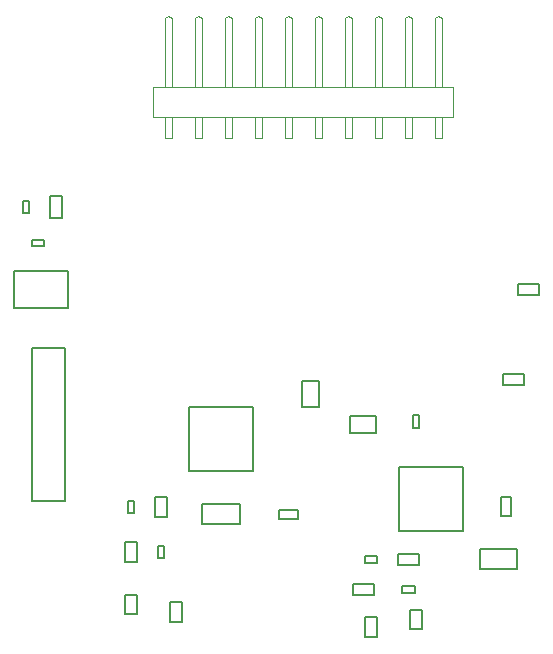
<source format=gbr>
G04*
G04 #@! TF.GenerationSoftware,Altium Limited,Altium Designer,24.0.1 (36)*
G04*
G04 Layer_Color=8388736*
%FSLAX25Y25*%
%MOIN*%
G70*
G04*
G04 #@! TF.SameCoordinates,852D5C1C-0582-447D-AFC5-A22B4F0E1159*
G04*
G04*
G04 #@! TF.FilePolarity,Positive*
G04*
G01*
G75*
%ADD12C,0.00787*%
%ADD60C,0.00394*%
D12*
X173197Y149303D02*
Y170697D01*
X151803Y149303D02*
X173197D01*
X151803D02*
Y170697D01*
X173197D01*
X75630Y119055D02*
X79370D01*
Y125945D01*
X75630D02*
X79370D01*
X75630Y119055D02*
Y125945D01*
X198445Y228130D02*
Y231870D01*
X191555D02*
X198445D01*
X191555Y228130D02*
Y231870D01*
Y228130D02*
X198445D01*
X140630Y120945D02*
X144370D01*
X140630Y114055D02*
Y120945D01*
Y114055D02*
X144370D01*
Y120945D01*
X155630Y123248D02*
X159370D01*
X155630Y116752D02*
Y123248D01*
Y116752D02*
X159370D01*
Y123248D01*
X60630Y128248D02*
X64370D01*
X60630Y121752D02*
Y128248D01*
Y121752D02*
X64370D01*
Y128248D01*
X29606Y210492D02*
X40394D01*
X29606Y159508D02*
Y210492D01*
Y159508D02*
X40394D01*
Y210492D01*
X70630Y154055D02*
X74370D01*
Y160945D01*
X70630D02*
X74370D01*
X70630Y154055D02*
Y160945D01*
X61417Y155433D02*
X63583D01*
Y159567D01*
X61417D02*
X63583D01*
X61417Y155433D02*
Y159567D01*
X60630Y145945D02*
X64370D01*
X60630Y139055D02*
Y145945D01*
Y139055D02*
X64370D01*
Y145945D01*
X71417Y144567D02*
X73583D01*
X71417Y140433D02*
Y144567D01*
Y140433D02*
X73583D01*
Y144567D01*
X98799Y151654D02*
Y158346D01*
X86201D02*
X98799D01*
X86201Y151654D02*
Y158346D01*
Y151654D02*
X98799D01*
X118150Y153405D02*
Y156595D01*
X111850D02*
X118150D01*
X111850Y153405D02*
Y156595D01*
Y153405D02*
X118150D01*
X81803Y190697D02*
X103197D01*
X81803Y169303D02*
Y190697D01*
Y169303D02*
X103197D01*
Y190697D01*
X143445Y128130D02*
Y131870D01*
X136555D02*
X143445D01*
X136555Y128130D02*
Y131870D01*
Y128130D02*
X143445D01*
X144567Y138917D02*
Y141083D01*
X140433D02*
X144567D01*
X140433Y138917D02*
Y141083D01*
Y138917D02*
X144567D01*
X152933Y128917D02*
Y131083D01*
Y128917D02*
X157067D01*
Y131083D01*
X152933D02*
X157067D01*
X151555Y138130D02*
Y141870D01*
Y138130D02*
X158445D01*
Y141870D01*
X151555D02*
X158445D01*
X191299Y136653D02*
Y143347D01*
X178701D02*
X191299D01*
X178701Y136653D02*
Y143347D01*
Y136653D02*
X191299D01*
X185906Y160650D02*
X189094D01*
X185906Y154350D02*
Y160650D01*
Y154350D02*
X189094D01*
Y160650D01*
X193445Y198130D02*
Y201870D01*
X186555D02*
X193445D01*
X186555Y198130D02*
Y201870D01*
Y198130D02*
X193445D01*
X144331Y182146D02*
Y187854D01*
X135669D02*
X144331D01*
X135669Y182146D02*
Y187854D01*
Y182146D02*
X144331D01*
X23642Y223701D02*
Y236299D01*
Y223701D02*
X41358D01*
Y236299D01*
X23642D02*
X41358D01*
X35531Y253957D02*
X39469D01*
Y261043D01*
X35531D02*
X39469D01*
X35531Y253957D02*
Y261043D01*
X26417Y255433D02*
X28583D01*
Y259567D01*
X26417D02*
X28583D01*
X26417Y255433D02*
Y259567D01*
X156417Y188067D02*
X158583D01*
X156417Y183933D02*
Y188067D01*
Y183933D02*
X158583D01*
Y188067D01*
X29433Y244417D02*
Y246583D01*
Y244417D02*
X33567D01*
Y246583D01*
X29433D02*
X33567D01*
X119646Y199331D02*
X125354D01*
X119646Y190669D02*
Y199331D01*
Y190669D02*
X125354D01*
Y199331D01*
D60*
X76260Y280335D02*
Y287500D01*
X73740Y280335D02*
Y287500D01*
Y280335D02*
X76260D01*
X86260D02*
Y287500D01*
X83740Y280335D02*
Y287500D01*
Y280335D02*
X86260D01*
X96260D02*
Y287500D01*
X93740Y280335D02*
Y287500D01*
Y280335D02*
X96260D01*
X106260D02*
Y287500D01*
X103740Y280335D02*
Y287500D01*
Y280335D02*
X106260D01*
X116260D02*
Y287500D01*
X113740Y280335D02*
Y287500D01*
Y280335D02*
X116260D01*
X126260D02*
Y287500D01*
X123740Y280335D02*
Y287500D01*
Y280335D02*
X126260D01*
X136260D02*
Y287500D01*
X133740Y280335D02*
Y287500D01*
Y280335D02*
X136260D01*
X146260D02*
Y287500D01*
X143740Y280335D02*
Y287500D01*
Y280335D02*
X146260D01*
X156260D02*
Y287500D01*
X153740Y280335D02*
Y287500D01*
Y280335D02*
X156260D01*
X163740D02*
Y287500D01*
X166260Y280335D02*
Y287500D01*
X163740Y280335D02*
X166260D01*
X156260Y297500D02*
Y320335D01*
X153740Y297500D02*
Y320335D01*
X155000Y321122D02*
X156260Y320335D01*
X153740D02*
X155000Y321122D01*
X136260Y297500D02*
Y320335D01*
X133740Y297500D02*
Y320335D01*
X135000Y321122D02*
X136260Y320335D01*
X133740D02*
X135000Y321122D01*
X123740Y320335D02*
X125000Y321122D01*
X126260Y320335D01*
X123740Y297500D02*
Y320335D01*
X126260Y297500D02*
Y320335D01*
X116260Y297500D02*
Y320335D01*
X113740Y297500D02*
Y320335D01*
X115000Y321122D02*
X116260Y320335D01*
X113740D02*
X115000Y321122D01*
X96260Y297500D02*
Y320335D01*
X93740Y297500D02*
Y320335D01*
X95000Y321122D02*
X96260Y320335D01*
X93740D02*
X95000Y321122D01*
X70000Y287500D02*
X170000D01*
X70000D02*
Y297500D01*
X170000D01*
Y287500D02*
Y297500D01*
X83740Y320335D02*
X85000Y321122D01*
X86260Y320335D01*
X83740Y297500D02*
Y320335D01*
X86260Y297500D02*
Y320335D01*
X76260Y297500D02*
Y320335D01*
X73740Y297500D02*
Y320335D01*
X75000Y321122D02*
X76260Y320335D01*
X73740D02*
X75000Y321122D01*
X103740Y320335D02*
X105000Y321122D01*
X106260Y320335D01*
X103740Y297500D02*
Y320335D01*
X106260Y297500D02*
Y320335D01*
X143740D02*
X145000Y321122D01*
X146260Y320335D01*
X143740Y297500D02*
Y320335D01*
X146260Y297500D02*
Y320335D01*
X163740D02*
X165000Y321122D01*
X166260Y320335D01*
X163740Y297500D02*
Y320335D01*
X166260Y297500D02*
Y320335D01*
M02*

</source>
